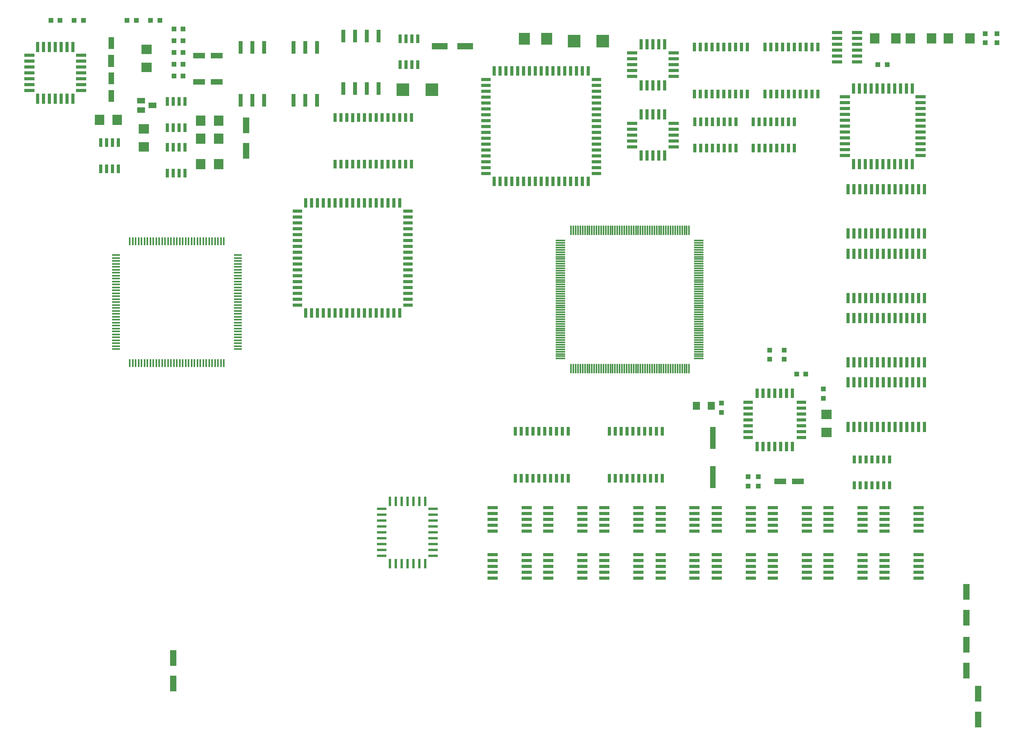
<source format=gbr>
%FSLAX34Y34*%
%MOMM*%
%LNSMDMASK_TOP*%
G71*
G01*
%ADD10R,0.640X2.200*%
%ADD11R,2.200X0.640*%
%ADD12R,0.640X2.100*%
%ADD13R,2.100X0.640*%
%ADD14R,0.450X1.800*%
%ADD15R,1.800X0.450*%
%ADD16R,0.320X2.080*%
%ADD17R,2.080X0.320*%
%ADD18R,2.240X0.700*%
%ADD19R,0.700X1.900*%
%ADD20R,2.200X0.750*%
%ADD21R,0.600X2.000*%
%ADD22R,2.000X0.600*%
%ADD23R,0.700X1.800*%
%ADD24R,1.300X4.700*%
%ADD25R,0.900X2.700*%
%ADD26R,1.400X3.400*%
%ADD27R,2.600X1.300*%
%ADD28R,1.300X2.600*%
%ADD29R,3.400X1.400*%
%ADD30R,1.700X1.200*%
%ADD31R,2.700X2.700*%
%ADD32R,2.400X2.600*%
%ADD33R,2.000X2.200*%
%ADD34R,2.200X2.000*%
%ADD35R,1.100X1.100*%
%ADD36R,1.500X1.800*%
%LPD*%
X1961454Y511447D02*
G54D10*
D03*
X1974154Y511447D02*
G54D10*
D03*
X1986854Y511447D02*
G54D10*
D03*
X1999555Y511447D02*
G54D10*
D03*
X2012256Y511447D02*
G54D10*
D03*
X2024956Y511447D02*
G54D10*
D03*
X2043051Y529741D02*
G54D11*
D03*
X2043051Y542441D02*
G54D11*
D03*
X2043051Y555141D02*
G54D11*
D03*
X2043051Y567841D02*
G54D11*
D03*
X2043051Y580541D02*
G54D11*
D03*
X2043051Y593241D02*
G54D11*
D03*
X2043051Y605941D02*
G54D11*
D03*
X2043051Y618641D02*
G54D11*
D03*
X2043051Y631341D02*
G54D11*
D03*
X2043051Y644041D02*
G54D11*
D03*
X2043051Y656741D02*
G54D11*
D03*
X2024956Y674836D02*
G54D10*
D03*
X2012256Y674836D02*
G54D10*
D03*
X1999555Y674836D02*
G54D10*
D03*
X1986854Y674836D02*
G54D10*
D03*
X1974154Y674836D02*
G54D10*
D03*
X1961454Y674836D02*
G54D10*
D03*
X1948754Y674836D02*
G54D10*
D03*
X1936054Y674836D02*
G54D10*
D03*
X1923354Y674836D02*
G54D10*
D03*
X1910654Y674836D02*
G54D10*
D03*
X1897954Y674836D02*
G54D10*
D03*
X1879660Y656741D02*
G54D11*
D03*
X1879660Y644041D02*
G54D11*
D03*
X1879660Y631341D02*
G54D11*
D03*
X1879660Y618641D02*
G54D11*
D03*
X1879660Y605941D02*
G54D11*
D03*
X1879660Y593241D02*
G54D11*
D03*
X1879660Y580541D02*
G54D11*
D03*
X1879660Y567841D02*
G54D11*
D03*
X1879660Y555141D02*
G54D11*
D03*
X1879660Y542441D02*
G54D11*
D03*
X1879660Y529741D02*
G54D11*
D03*
X1897954Y511447D02*
G54D10*
D03*
X1910654Y511447D02*
G54D10*
D03*
X1923354Y511447D02*
G54D10*
D03*
X1936054Y511447D02*
G54D10*
D03*
X1948754Y511447D02*
G54D10*
D03*
X1223651Y473757D02*
G54D12*
D03*
X1236351Y473757D02*
G54D12*
D03*
X1249051Y473757D02*
G54D12*
D03*
X1261751Y473757D02*
G54D12*
D03*
X1274451Y473757D02*
G54D12*
D03*
X1287151Y473757D02*
G54D12*
D03*
X1299851Y473757D02*
G54D12*
D03*
X1312551Y473757D02*
G54D12*
D03*
X1325251Y473757D02*
G54D12*
D03*
X1343048Y491355D02*
G54D13*
D03*
X1343048Y504055D02*
G54D13*
D03*
X1343048Y516755D02*
G54D13*
D03*
X1343048Y529455D02*
G54D13*
D03*
X1343048Y542155D02*
G54D13*
D03*
X1343048Y554855D02*
G54D13*
D03*
X1343048Y567555D02*
G54D13*
D03*
X1343048Y580255D02*
G54D13*
D03*
X1343048Y592955D02*
G54D13*
D03*
X1343048Y605655D02*
G54D13*
D03*
X1343048Y618355D02*
G54D13*
D03*
X1343048Y631055D02*
G54D13*
D03*
X1343048Y643755D02*
G54D13*
D03*
X1343048Y656455D02*
G54D13*
D03*
X1343048Y669155D02*
G54D13*
D03*
X1343048Y681855D02*
G54D13*
D03*
X1343048Y694555D02*
G54D13*
D03*
X1325251Y712352D02*
G54D12*
D03*
X1312551Y712352D02*
G54D12*
D03*
X1299851Y712352D02*
G54D12*
D03*
X1287151Y712352D02*
G54D12*
D03*
X1274451Y712352D02*
G54D12*
D03*
X1261751Y712352D02*
G54D12*
D03*
X1249051Y712352D02*
G54D12*
D03*
X1236351Y712352D02*
G54D12*
D03*
X1223651Y712352D02*
G54D12*
D03*
X1210951Y712352D02*
G54D12*
D03*
X1198251Y712352D02*
G54D12*
D03*
X1185551Y712352D02*
G54D12*
D03*
X1172851Y712352D02*
G54D12*
D03*
X1160151Y712352D02*
G54D12*
D03*
X1147451Y712352D02*
G54D12*
D03*
X1134751Y712352D02*
G54D12*
D03*
X1122051Y712352D02*
G54D12*
D03*
X1104254Y694555D02*
G54D13*
D03*
X1104254Y681855D02*
G54D13*
D03*
X1104254Y669155D02*
G54D13*
D03*
X1104254Y656455D02*
G54D13*
D03*
X1104254Y643755D02*
G54D13*
D03*
X1104254Y631055D02*
G54D13*
D03*
X1104254Y618355D02*
G54D13*
D03*
X1104254Y605655D02*
G54D13*
D03*
X1104254Y592955D02*
G54D13*
D03*
X1104254Y580255D02*
G54D13*
D03*
X1104254Y567555D02*
G54D13*
D03*
X1104254Y554855D02*
G54D13*
D03*
X1104254Y542155D02*
G54D13*
D03*
X1104254Y529455D02*
G54D13*
D03*
X1104254Y516755D02*
G54D13*
D03*
X1104254Y504055D02*
G54D13*
D03*
X1104254Y491355D02*
G54D13*
D03*
X1122051Y473757D02*
G54D12*
D03*
X1134751Y473757D02*
G54D12*
D03*
X1147451Y473757D02*
G54D12*
D03*
X1160151Y473757D02*
G54D12*
D03*
X1172851Y473757D02*
G54D12*
D03*
X1185551Y473757D02*
G54D12*
D03*
X1198251Y473757D02*
G54D12*
D03*
X1210951Y473757D02*
G54D12*
D03*
X334735Y80886D02*
G54D14*
D03*
X341135Y80886D02*
G54D14*
D03*
X347435Y80886D02*
G54D14*
D03*
X353735Y80886D02*
G54D14*
D03*
X360135Y80886D02*
G54D14*
D03*
X366535Y80886D02*
G54D14*
D03*
X372835Y80886D02*
G54D14*
D03*
X379135Y80886D02*
G54D14*
D03*
X385535Y80886D02*
G54D14*
D03*
X391935Y80886D02*
G54D14*
D03*
X398235Y80886D02*
G54D14*
D03*
X404535Y80886D02*
G54D14*
D03*
X410935Y80886D02*
G54D14*
D03*
X417335Y80886D02*
G54D14*
D03*
X423635Y80886D02*
G54D14*
D03*
X429935Y80886D02*
G54D14*
D03*
X436335Y80886D02*
G54D14*
D03*
X442735Y80886D02*
G54D14*
D03*
X449035Y80886D02*
G54D14*
D03*
X455335Y80886D02*
G54D14*
D03*
X461735Y80886D02*
G54D14*
D03*
X468135Y80886D02*
G54D14*
D03*
X474435Y80886D02*
G54D14*
D03*
X480735Y80886D02*
G54D14*
D03*
X487135Y80886D02*
G54D14*
D03*
X493535Y80886D02*
G54D14*
D03*
X499835Y80886D02*
G54D14*
D03*
X506135Y80886D02*
G54D14*
D03*
X512535Y80886D02*
G54D14*
D03*
X518935Y80886D02*
G54D14*
D03*
X525235Y80886D02*
G54D14*
D03*
X531535Y80886D02*
G54D14*
D03*
X537935Y80886D02*
G54D14*
D03*
X568335Y111286D02*
G54D15*
D03*
X568335Y117686D02*
G54D15*
D03*
X568335Y123986D02*
G54D15*
D03*
X568335Y130286D02*
G54D15*
D03*
X568335Y136686D02*
G54D15*
D03*
X568335Y143086D02*
G54D15*
D03*
X568335Y149386D02*
G54D15*
D03*
X568335Y155686D02*
G54D15*
D03*
X568335Y162086D02*
G54D15*
D03*
X568335Y168486D02*
G54D15*
D03*
X568335Y174786D02*
G54D15*
D03*
X568335Y181086D02*
G54D15*
D03*
X568335Y187486D02*
G54D15*
D03*
X568335Y193886D02*
G54D15*
D03*
X568335Y200186D02*
G54D15*
D03*
X568335Y206486D02*
G54D15*
D03*
X568335Y212886D02*
G54D15*
D03*
X568335Y219286D02*
G54D15*
D03*
X568335Y225586D02*
G54D15*
D03*
X568335Y231886D02*
G54D15*
D03*
X568335Y238286D02*
G54D15*
D03*
X568335Y244686D02*
G54D15*
D03*
X568335Y250986D02*
G54D15*
D03*
X568335Y257286D02*
G54D15*
D03*
X568335Y263686D02*
G54D15*
D03*
X568335Y270086D02*
G54D15*
D03*
X568335Y276386D02*
G54D15*
D03*
X568335Y282686D02*
G54D15*
D03*
X568335Y289086D02*
G54D15*
D03*
X568335Y295486D02*
G54D15*
D03*
X568335Y301786D02*
G54D15*
D03*
X568335Y308086D02*
G54D15*
D03*
X568335Y314486D02*
G54D15*
D03*
X537935Y344886D02*
G54D14*
D03*
X531535Y344886D02*
G54D14*
D03*
X525235Y344886D02*
G54D14*
D03*
X518935Y344886D02*
G54D14*
D03*
X512535Y344886D02*
G54D14*
D03*
X506135Y344886D02*
G54D14*
D03*
X499835Y344886D02*
G54D14*
D03*
X493535Y344886D02*
G54D14*
D03*
X487135Y344886D02*
G54D14*
D03*
X480735Y344886D02*
G54D14*
D03*
X474435Y344886D02*
G54D14*
D03*
X468135Y344886D02*
G54D14*
D03*
X461735Y344886D02*
G54D14*
D03*
X455335Y344886D02*
G54D14*
D03*
X449035Y344886D02*
G54D14*
D03*
X442735Y344886D02*
G54D14*
D03*
X436335Y344886D02*
G54D14*
D03*
X429935Y344886D02*
G54D14*
D03*
X423635Y344886D02*
G54D14*
D03*
X417335Y344886D02*
G54D14*
D03*
X410935Y344886D02*
G54D14*
D03*
X404535Y344886D02*
G54D14*
D03*
X398235Y344886D02*
G54D14*
D03*
X391935Y344886D02*
G54D14*
D03*
X385535Y344886D02*
G54D14*
D03*
X379135Y344886D02*
G54D14*
D03*
X372835Y344886D02*
G54D14*
D03*
X366535Y344886D02*
G54D14*
D03*
X360135Y344886D02*
G54D14*
D03*
X353735Y344886D02*
G54D14*
D03*
X347435Y344886D02*
G54D14*
D03*
X341135Y344886D02*
G54D14*
D03*
X334735Y344886D02*
G54D14*
D03*
X304335Y314486D02*
G54D15*
D03*
X304335Y308086D02*
G54D15*
D03*
X304335Y301786D02*
G54D15*
D03*
X304335Y295486D02*
G54D15*
D03*
X304335Y289086D02*
G54D15*
D03*
X304335Y282686D02*
G54D15*
D03*
X304335Y276386D02*
G54D15*
D03*
X304335Y270086D02*
G54D15*
D03*
X304335Y263686D02*
G54D15*
D03*
X304335Y257286D02*
G54D15*
D03*
X304335Y250986D02*
G54D15*
D03*
X304335Y244686D02*
G54D15*
D03*
X304335Y238286D02*
G54D15*
D03*
X304335Y231886D02*
G54D15*
D03*
X304335Y225586D02*
G54D15*
D03*
X304335Y219286D02*
G54D15*
D03*
X304335Y212886D02*
G54D15*
D03*
X304335Y206486D02*
G54D15*
D03*
X304335Y200186D02*
G54D15*
D03*
X304335Y193886D02*
G54D15*
D03*
X304335Y187486D02*
G54D15*
D03*
X304335Y181086D02*
G54D15*
D03*
X304335Y174786D02*
G54D15*
D03*
X304335Y168486D02*
G54D15*
D03*
X304335Y162086D02*
G54D15*
D03*
X304335Y155686D02*
G54D15*
D03*
X304335Y149386D02*
G54D15*
D03*
X304335Y143086D02*
G54D15*
D03*
X304335Y136686D02*
G54D15*
D03*
X304335Y130286D02*
G54D15*
D03*
X304335Y123986D02*
G54D15*
D03*
X304335Y117686D02*
G54D15*
D03*
X304335Y111286D02*
G54D15*
D03*
X1287859Y69140D02*
G54D16*
D03*
X1292859Y69140D02*
G54D16*
D03*
X1297859Y69140D02*
G54D16*
D03*
X1302859Y69140D02*
G54D16*
D03*
X1307859Y69140D02*
G54D16*
D03*
X1312859Y69140D02*
G54D16*
D03*
X1317859Y69140D02*
G54D16*
D03*
X1322859Y69140D02*
G54D16*
D03*
X1327859Y69140D02*
G54D16*
D03*
X1332859Y69140D02*
G54D16*
D03*
X1337859Y69140D02*
G54D16*
D03*
X1342859Y69140D02*
G54D16*
D03*
X1347859Y69140D02*
G54D16*
D03*
X1352859Y69140D02*
G54D16*
D03*
X1357859Y69140D02*
G54D16*
D03*
X1362859Y69140D02*
G54D16*
D03*
X1367859Y69140D02*
G54D16*
D03*
X1372859Y69140D02*
G54D16*
D03*
X1377859Y69140D02*
G54D16*
D03*
X1382859Y69140D02*
G54D16*
D03*
X1387859Y69140D02*
G54D16*
D03*
X1392859Y69140D02*
G54D16*
D03*
X1397859Y69140D02*
G54D16*
D03*
X1402859Y69140D02*
G54D16*
D03*
X1407859Y69140D02*
G54D16*
D03*
X1412859Y69140D02*
G54D16*
D03*
X1417859Y69140D02*
G54D16*
D03*
X1422859Y69140D02*
G54D16*
D03*
X1427859Y69140D02*
G54D16*
D03*
X1432859Y69140D02*
G54D16*
D03*
X1437859Y69140D02*
G54D16*
D03*
X1442859Y69140D02*
G54D16*
D03*
X1447859Y69140D02*
G54D16*
D03*
X1452859Y69140D02*
G54D16*
D03*
X1457859Y69140D02*
G54D16*
D03*
X1462859Y69140D02*
G54D16*
D03*
X1467859Y69140D02*
G54D16*
D03*
X1472859Y69140D02*
G54D16*
D03*
X1477859Y69140D02*
G54D16*
D03*
X1482859Y69140D02*
G54D16*
D03*
X1487859Y69140D02*
G54D16*
D03*
X1492859Y69140D02*
G54D16*
D03*
X1497859Y69140D02*
G54D16*
D03*
X1502859Y69140D02*
G54D16*
D03*
X1507859Y69140D02*
G54D16*
D03*
X1512859Y69140D02*
G54D16*
D03*
X1517859Y69140D02*
G54D16*
D03*
X1522859Y69140D02*
G54D16*
D03*
X1527859Y69140D02*
G54D16*
D03*
X1532859Y69140D02*
G54D16*
D03*
X1537859Y69140D02*
G54D16*
D03*
X1542859Y69140D02*
G54D16*
D03*
X1563947Y91022D02*
G54D17*
D03*
X1563947Y96022D02*
G54D17*
D03*
X1563947Y101022D02*
G54D17*
D03*
X1563947Y106022D02*
G54D17*
D03*
X1563947Y111022D02*
G54D17*
D03*
X1563947Y116022D02*
G54D17*
D03*
X1563947Y121022D02*
G54D17*
D03*
X1563947Y126022D02*
G54D17*
D03*
X1563947Y131022D02*
G54D17*
D03*
X1563947Y136022D02*
G54D17*
D03*
X1563947Y141022D02*
G54D17*
D03*
X1563947Y146022D02*
G54D17*
D03*
X1563947Y151022D02*
G54D17*
D03*
X1563947Y156022D02*
G54D17*
D03*
X1563947Y161022D02*
G54D17*
D03*
X1563947Y166022D02*
G54D17*
D03*
X1563947Y171022D02*
G54D17*
D03*
X1563947Y176022D02*
G54D17*
D03*
X1563947Y181022D02*
G54D17*
D03*
X1563947Y186022D02*
G54D17*
D03*
X1563947Y191022D02*
G54D17*
D03*
X1563947Y196022D02*
G54D17*
D03*
X1563947Y201022D02*
G54D17*
D03*
X1563947Y206022D02*
G54D17*
D03*
X1563947Y211022D02*
G54D17*
D03*
X1563947Y216022D02*
G54D17*
D03*
X1563947Y221022D02*
G54D17*
D03*
X1563947Y226022D02*
G54D17*
D03*
X1563947Y231022D02*
G54D17*
D03*
X1563947Y236022D02*
G54D17*
D03*
X1563947Y241022D02*
G54D17*
D03*
X1563947Y246022D02*
G54D17*
D03*
X1563947Y251022D02*
G54D17*
D03*
X1563947Y256022D02*
G54D17*
D03*
X1563947Y261022D02*
G54D17*
D03*
X1563947Y266022D02*
G54D17*
D03*
X1563947Y271022D02*
G54D17*
D03*
X1563947Y276022D02*
G54D17*
D03*
X1563947Y281022D02*
G54D17*
D03*
X1563947Y286022D02*
G54D17*
D03*
X1563947Y291022D02*
G54D17*
D03*
X1563947Y296022D02*
G54D17*
D03*
X1563947Y301022D02*
G54D17*
D03*
X1563947Y306022D02*
G54D17*
D03*
X1563947Y311022D02*
G54D17*
D03*
X1563947Y316022D02*
G54D17*
D03*
X1563947Y321022D02*
G54D17*
D03*
X1563947Y326022D02*
G54D17*
D03*
X1563947Y331022D02*
G54D17*
D03*
X1563947Y336022D02*
G54D17*
D03*
X1563947Y341022D02*
G54D17*
D03*
X1563947Y346022D02*
G54D17*
D03*
X1542859Y368300D02*
G54D16*
D03*
X1537859Y368300D02*
G54D16*
D03*
X1532859Y368300D02*
G54D16*
D03*
X1527859Y368300D02*
G54D16*
D03*
X1522859Y368300D02*
G54D16*
D03*
X1517859Y368300D02*
G54D16*
D03*
X1512859Y368300D02*
G54D16*
D03*
X1507859Y368300D02*
G54D16*
D03*
X1502859Y368300D02*
G54D16*
D03*
X1497859Y368300D02*
G54D16*
D03*
X1492859Y368300D02*
G54D16*
D03*
X1487859Y368300D02*
G54D16*
D03*
X1482859Y368300D02*
G54D16*
D03*
X1477859Y368300D02*
G54D16*
D03*
X1472859Y368300D02*
G54D16*
D03*
X1467859Y368300D02*
G54D16*
D03*
X1462859Y368300D02*
G54D16*
D03*
X1457859Y368300D02*
G54D16*
D03*
X1452859Y368300D02*
G54D16*
D03*
X1447859Y368300D02*
G54D16*
D03*
X1442859Y368300D02*
G54D16*
D03*
X1437859Y368300D02*
G54D16*
D03*
X1432859Y368300D02*
G54D16*
D03*
X1427859Y368300D02*
G54D16*
D03*
X1422859Y368300D02*
G54D16*
D03*
X1417859Y368300D02*
G54D16*
D03*
X1412859Y368300D02*
G54D16*
D03*
X1407859Y368300D02*
G54D16*
D03*
X1402859Y368300D02*
G54D16*
D03*
X1397859Y368300D02*
G54D16*
D03*
X1392859Y368300D02*
G54D16*
D03*
X1387859Y368300D02*
G54D16*
D03*
X1382859Y368300D02*
G54D16*
D03*
X1377859Y368300D02*
G54D16*
D03*
X1372859Y368300D02*
G54D16*
D03*
X1367859Y368300D02*
G54D16*
D03*
X1362859Y368300D02*
G54D16*
D03*
X1357859Y368300D02*
G54D16*
D03*
X1352859Y368300D02*
G54D16*
D03*
X1347859Y368300D02*
G54D16*
D03*
X1342859Y368300D02*
G54D16*
D03*
X1337859Y368300D02*
G54D16*
D03*
X1332859Y368300D02*
G54D16*
D03*
X1327859Y368300D02*
G54D16*
D03*
X1322859Y368300D02*
G54D16*
D03*
X1317859Y368300D02*
G54D16*
D03*
X1312859Y368300D02*
G54D16*
D03*
X1307859Y368300D02*
G54D16*
D03*
X1302859Y368300D02*
G54D16*
D03*
X1297859Y368300D02*
G54D16*
D03*
X1292859Y368300D02*
G54D16*
D03*
X1287859Y368300D02*
G54D16*
D03*
X1264788Y346022D02*
G54D17*
D03*
X1264788Y341022D02*
G54D17*
D03*
X1264788Y336022D02*
G54D17*
D03*
X1264788Y331022D02*
G54D17*
D03*
X1264788Y326022D02*
G54D17*
D03*
X1264788Y321022D02*
G54D17*
D03*
X1264788Y316022D02*
G54D17*
D03*
X1264788Y311022D02*
G54D17*
D03*
X1264788Y306022D02*
G54D17*
D03*
X1264788Y301022D02*
G54D17*
D03*
X1264788Y296022D02*
G54D17*
D03*
X1264788Y291022D02*
G54D17*
D03*
X1264788Y286022D02*
G54D17*
D03*
X1264788Y281022D02*
G54D17*
D03*
X1264788Y276022D02*
G54D17*
D03*
X1264788Y271022D02*
G54D17*
D03*
X1264788Y266022D02*
G54D17*
D03*
X1264788Y261022D02*
G54D17*
D03*
X1264788Y256022D02*
G54D17*
D03*
X1264788Y251022D02*
G54D17*
D03*
X1264788Y246022D02*
G54D17*
D03*
X1264788Y241022D02*
G54D17*
D03*
X1264788Y236022D02*
G54D17*
D03*
X1264788Y231022D02*
G54D17*
D03*
X1264788Y226022D02*
G54D17*
D03*
X1264788Y221022D02*
G54D17*
D03*
X1264788Y216022D02*
G54D17*
D03*
X1264788Y211022D02*
G54D17*
D03*
X1264788Y206022D02*
G54D17*
D03*
X1264788Y201022D02*
G54D17*
D03*
X1264788Y196022D02*
G54D17*
D03*
X1264788Y191022D02*
G54D17*
D03*
X1264788Y186022D02*
G54D17*
D03*
X1264788Y181022D02*
G54D17*
D03*
X1264788Y176022D02*
G54D17*
D03*
X1264788Y171022D02*
G54D17*
D03*
X1264788Y166022D02*
G54D17*
D03*
X1264788Y161022D02*
G54D17*
D03*
X1264788Y156022D02*
G54D17*
D03*
X1264788Y151022D02*
G54D17*
D03*
X1264788Y146022D02*
G54D17*
D03*
X1264788Y141022D02*
G54D17*
D03*
X1264788Y136022D02*
G54D17*
D03*
X1264788Y131022D02*
G54D17*
D03*
X1264788Y126022D02*
G54D17*
D03*
X1264788Y121022D02*
G54D17*
D03*
X1264788Y116022D02*
G54D17*
D03*
X1264788Y111022D02*
G54D17*
D03*
X1264788Y106022D02*
G54D17*
D03*
X1264788Y101022D02*
G54D17*
D03*
X1264788Y96022D02*
G54D17*
D03*
X1264788Y91022D02*
G54D17*
D03*
X816457Y189198D02*
G54D12*
D03*
X829157Y189198D02*
G54D12*
D03*
X841857Y189198D02*
G54D12*
D03*
X854557Y189198D02*
G54D12*
D03*
X867257Y189198D02*
G54D12*
D03*
X879957Y189198D02*
G54D12*
D03*
X892657Y189198D02*
G54D12*
D03*
X905357Y189198D02*
G54D12*
D03*
X918057Y189198D02*
G54D12*
D03*
X935854Y206796D02*
G54D13*
D03*
X935854Y219495D02*
G54D13*
D03*
X935854Y232195D02*
G54D13*
D03*
X935854Y244895D02*
G54D13*
D03*
X935854Y257595D02*
G54D13*
D03*
X935854Y270295D02*
G54D13*
D03*
X935854Y282995D02*
G54D13*
D03*
X935854Y295695D02*
G54D13*
D03*
X935854Y308395D02*
G54D13*
D03*
X935854Y321095D02*
G54D13*
D03*
X935854Y333795D02*
G54D13*
D03*
X935854Y346495D02*
G54D13*
D03*
X935854Y359195D02*
G54D13*
D03*
X935854Y371895D02*
G54D13*
D03*
X935854Y384595D02*
G54D13*
D03*
X935854Y397295D02*
G54D13*
D03*
X935854Y409995D02*
G54D13*
D03*
X918057Y427792D02*
G54D12*
D03*
X905357Y427792D02*
G54D12*
D03*
X892657Y427792D02*
G54D12*
D03*
X879957Y427792D02*
G54D12*
D03*
X867257Y427792D02*
G54D12*
D03*
X854557Y427792D02*
G54D12*
D03*
X841857Y427792D02*
G54D12*
D03*
X829157Y427792D02*
G54D12*
D03*
X816457Y427792D02*
G54D12*
D03*
X803757Y427792D02*
G54D12*
D03*
X791057Y427792D02*
G54D12*
D03*
X778357Y427792D02*
G54D12*
D03*
X765657Y427792D02*
G54D12*
D03*
X752957Y427792D02*
G54D12*
D03*
X740257Y427792D02*
G54D12*
D03*
X727557Y427792D02*
G54D12*
D03*
X714857Y427792D02*
G54D12*
D03*
X697060Y409995D02*
G54D13*
D03*
X697060Y397295D02*
G54D13*
D03*
X697060Y384595D02*
G54D13*
D03*
X697060Y371895D02*
G54D13*
D03*
X697060Y359195D02*
G54D13*
D03*
X697060Y346495D02*
G54D13*
D03*
X697060Y333795D02*
G54D13*
D03*
X697060Y321095D02*
G54D13*
D03*
X697060Y308395D02*
G54D13*
D03*
X697060Y295695D02*
G54D13*
D03*
X697060Y282995D02*
G54D13*
D03*
X697060Y270295D02*
G54D13*
D03*
X697060Y257595D02*
G54D13*
D03*
X697060Y244895D02*
G54D13*
D03*
X697060Y232195D02*
G54D13*
D03*
X697060Y219495D02*
G54D13*
D03*
X697060Y206796D02*
G54D13*
D03*
X714857Y189198D02*
G54D12*
D03*
X727557Y189198D02*
G54D12*
D03*
X740257Y189198D02*
G54D12*
D03*
X752957Y189198D02*
G54D12*
D03*
X765657Y189198D02*
G54D12*
D03*
X778357Y189198D02*
G54D12*
D03*
X791057Y189198D02*
G54D12*
D03*
X803757Y189198D02*
G54D12*
D03*
X1118371Y-231290D02*
G54D18*
D03*
X1118371Y-243990D02*
G54D18*
D03*
X1118371Y-256690D02*
G54D18*
D03*
X1118371Y-269390D02*
G54D18*
D03*
X1118371Y-282090D02*
G54D18*
D03*
X1118371Y-332890D02*
G54D18*
D03*
X1118371Y-345590D02*
G54D18*
D03*
X1118371Y-358290D02*
G54D18*
D03*
X1118371Y-370990D02*
G54D18*
D03*
X1118371Y-383690D02*
G54D18*
D03*
X1191958Y-383690D02*
G54D18*
D03*
X1191958Y-370990D02*
G54D18*
D03*
X1191958Y-358290D02*
G54D18*
D03*
X1191958Y-345590D02*
G54D18*
D03*
X1191958Y-332890D02*
G54D18*
D03*
X1191958Y-282090D02*
G54D18*
D03*
X1191958Y-269390D02*
G54D18*
D03*
X1191958Y-256690D02*
G54D18*
D03*
X1191958Y-243990D02*
G54D18*
D03*
X1191958Y-231290D02*
G54D18*
D03*
X1238789Y-231290D02*
G54D18*
D03*
X1238789Y-243990D02*
G54D18*
D03*
X1238789Y-256690D02*
G54D18*
D03*
X1238789Y-269390D02*
G54D18*
D03*
X1238789Y-282090D02*
G54D18*
D03*
X1238789Y-332890D02*
G54D18*
D03*
X1238789Y-345590D02*
G54D18*
D03*
X1238789Y-358290D02*
G54D18*
D03*
X1238789Y-370990D02*
G54D18*
D03*
X1238789Y-383690D02*
G54D18*
D03*
X1312376Y-383690D02*
G54D18*
D03*
X1312376Y-370990D02*
G54D18*
D03*
X1312376Y-358290D02*
G54D18*
D03*
X1312376Y-345590D02*
G54D18*
D03*
X1312376Y-332890D02*
G54D18*
D03*
X1312376Y-282090D02*
G54D18*
D03*
X1312376Y-269390D02*
G54D18*
D03*
X1312376Y-256690D02*
G54D18*
D03*
X1312376Y-243990D02*
G54D18*
D03*
X1312376Y-231290D02*
G54D18*
D03*
X1360001Y-231290D02*
G54D18*
D03*
X1360001Y-243990D02*
G54D18*
D03*
X1360001Y-256690D02*
G54D18*
D03*
X1360001Y-269390D02*
G54D18*
D03*
X1360001Y-282090D02*
G54D18*
D03*
X1360001Y-332890D02*
G54D18*
D03*
X1360001Y-345590D02*
G54D18*
D03*
X1360001Y-358290D02*
G54D18*
D03*
X1360001Y-370990D02*
G54D18*
D03*
X1360001Y-383690D02*
G54D18*
D03*
X1433588Y-383690D02*
G54D18*
D03*
X1433588Y-370990D02*
G54D18*
D03*
X1433588Y-358290D02*
G54D18*
D03*
X1433588Y-345590D02*
G54D18*
D03*
X1433588Y-332890D02*
G54D18*
D03*
X1433588Y-282090D02*
G54D18*
D03*
X1433588Y-269390D02*
G54D18*
D03*
X1433588Y-256690D02*
G54D18*
D03*
X1433588Y-243990D02*
G54D18*
D03*
X1433588Y-231290D02*
G54D18*
D03*
X1481213Y-231290D02*
G54D18*
D03*
X1481213Y-243990D02*
G54D18*
D03*
X1481213Y-256690D02*
G54D18*
D03*
X1481213Y-269390D02*
G54D18*
D03*
X1481213Y-282090D02*
G54D18*
D03*
X1481213Y-332890D02*
G54D18*
D03*
X1481213Y-345590D02*
G54D18*
D03*
X1481213Y-358290D02*
G54D18*
D03*
X1481213Y-370990D02*
G54D18*
D03*
X1481213Y-383690D02*
G54D18*
D03*
X1554800Y-383690D02*
G54D18*
D03*
X1554800Y-370990D02*
G54D18*
D03*
X1554800Y-358290D02*
G54D18*
D03*
X1554800Y-345590D02*
G54D18*
D03*
X1554800Y-332890D02*
G54D18*
D03*
X1554800Y-282090D02*
G54D18*
D03*
X1554800Y-269390D02*
G54D18*
D03*
X1554800Y-256690D02*
G54D18*
D03*
X1554800Y-243990D02*
G54D18*
D03*
X1554800Y-231290D02*
G54D18*
D03*
X1602425Y-231290D02*
G54D18*
D03*
X1602425Y-243990D02*
G54D18*
D03*
X1602425Y-256690D02*
G54D18*
D03*
X1602425Y-269390D02*
G54D18*
D03*
X1602425Y-282090D02*
G54D18*
D03*
X1602425Y-332890D02*
G54D18*
D03*
X1602425Y-345590D02*
G54D18*
D03*
X1602425Y-358290D02*
G54D18*
D03*
X1602425Y-370990D02*
G54D18*
D03*
X1602425Y-383690D02*
G54D18*
D03*
X1676012Y-383690D02*
G54D18*
D03*
X1676012Y-370990D02*
G54D18*
D03*
X1676012Y-358290D02*
G54D18*
D03*
X1676012Y-345590D02*
G54D18*
D03*
X1676012Y-332890D02*
G54D18*
D03*
X1676012Y-282090D02*
G54D18*
D03*
X1676012Y-269390D02*
G54D18*
D03*
X1676012Y-256690D02*
G54D18*
D03*
X1676012Y-243990D02*
G54D18*
D03*
X1676012Y-231290D02*
G54D18*
D03*
X1723637Y-231290D02*
G54D18*
D03*
X1723637Y-243990D02*
G54D18*
D03*
X1723637Y-256690D02*
G54D18*
D03*
X1723637Y-269390D02*
G54D18*
D03*
X1723637Y-282090D02*
G54D18*
D03*
X1723637Y-332890D02*
G54D18*
D03*
X1723637Y-345590D02*
G54D18*
D03*
X1723637Y-358290D02*
G54D18*
D03*
X1723637Y-370990D02*
G54D18*
D03*
X1723637Y-383690D02*
G54D18*
D03*
X1797224Y-383690D02*
G54D18*
D03*
X1797224Y-370990D02*
G54D18*
D03*
X1797224Y-358290D02*
G54D18*
D03*
X1797224Y-345590D02*
G54D18*
D03*
X1797224Y-332890D02*
G54D18*
D03*
X1797224Y-282090D02*
G54D18*
D03*
X1797224Y-269390D02*
G54D18*
D03*
X1797224Y-256690D02*
G54D18*
D03*
X1797224Y-243990D02*
G54D18*
D03*
X1797224Y-231290D02*
G54D18*
D03*
X1844056Y-231290D02*
G54D18*
D03*
X1844056Y-243990D02*
G54D18*
D03*
X1844056Y-256690D02*
G54D18*
D03*
X1844056Y-269390D02*
G54D18*
D03*
X1844056Y-282090D02*
G54D18*
D03*
X1844055Y-332890D02*
G54D18*
D03*
X1844055Y-345590D02*
G54D18*
D03*
X1844055Y-358290D02*
G54D18*
D03*
X1844055Y-370990D02*
G54D18*
D03*
X1844055Y-383690D02*
G54D18*
D03*
X1917642Y-383690D02*
G54D18*
D03*
X1917642Y-370990D02*
G54D18*
D03*
X1917642Y-358290D02*
G54D18*
D03*
X1917642Y-345590D02*
G54D18*
D03*
X1917642Y-332890D02*
G54D18*
D03*
X1917642Y-282090D02*
G54D18*
D03*
X1917642Y-269390D02*
G54D18*
D03*
X1917642Y-256690D02*
G54D18*
D03*
X1917642Y-243990D02*
G54D18*
D03*
X1917642Y-231290D02*
G54D18*
D03*
X1965268Y-231290D02*
G54D18*
D03*
X1965268Y-243990D02*
G54D18*
D03*
X1965268Y-256690D02*
G54D18*
D03*
X1965268Y-269390D02*
G54D18*
D03*
X1965268Y-282090D02*
G54D18*
D03*
X1965267Y-332890D02*
G54D18*
D03*
X1965267Y-345590D02*
G54D18*
D03*
X1965267Y-358290D02*
G54D18*
D03*
X1965267Y-370990D02*
G54D18*
D03*
X1965267Y-383690D02*
G54D18*
D03*
X2038854Y-383690D02*
G54D18*
D03*
X2038854Y-370990D02*
G54D18*
D03*
X2038854Y-358290D02*
G54D18*
D03*
X2038854Y-345590D02*
G54D18*
D03*
X2038854Y-332890D02*
G54D18*
D03*
X2038854Y-282090D02*
G54D18*
D03*
X2038854Y-269390D02*
G54D18*
D03*
X2038854Y-256690D02*
G54D18*
D03*
X2038854Y-243990D02*
G54D18*
D03*
X2038854Y-231290D02*
G54D18*
D03*
X2051143Y457311D02*
G54D10*
D03*
X2038443Y457310D02*
G54D10*
D03*
X2025743Y457311D02*
G54D10*
D03*
X2013043Y457311D02*
G54D10*
D03*
X2000343Y457311D02*
G54D10*
D03*
X1987643Y457311D02*
G54D10*
D03*
X1974943Y457311D02*
G54D10*
D03*
X1962243Y457311D02*
G54D10*
D03*
X1949543Y457311D02*
G54D10*
D03*
X1936843Y457311D02*
G54D10*
D03*
X1924143Y457311D02*
G54D10*
D03*
X1911443Y457311D02*
G54D10*
D03*
X1898743Y457310D02*
G54D10*
D03*
X1886043Y457310D02*
G54D10*
D03*
X1886043Y361310D02*
G54D10*
D03*
X1898743Y361311D02*
G54D10*
D03*
X1911443Y361311D02*
G54D10*
D03*
X1924143Y361311D02*
G54D10*
D03*
X1936843Y361311D02*
G54D10*
D03*
X1949543Y361311D02*
G54D10*
D03*
X1962243Y361311D02*
G54D10*
D03*
X1974943Y361311D02*
G54D10*
D03*
X1987643Y361311D02*
G54D10*
D03*
X2000343Y361310D02*
G54D10*
D03*
X2013043Y361310D02*
G54D10*
D03*
X2025743Y361311D02*
G54D10*
D03*
X2038443Y361311D02*
G54D10*
D03*
X2051143Y361311D02*
G54D10*
D03*
X2051143Y317654D02*
G54D10*
D03*
X2038443Y317654D02*
G54D10*
D03*
X2025743Y317654D02*
G54D10*
D03*
X2013043Y317654D02*
G54D10*
D03*
X2000343Y317654D02*
G54D10*
D03*
X1987643Y317654D02*
G54D10*
D03*
X1974943Y317654D02*
G54D10*
D03*
X1962243Y317654D02*
G54D10*
D03*
X1949543Y317654D02*
G54D10*
D03*
X1936843Y317654D02*
G54D10*
D03*
X1924143Y317654D02*
G54D10*
D03*
X1911443Y317654D02*
G54D10*
D03*
X1898743Y317654D02*
G54D10*
D03*
X1886043Y317654D02*
G54D10*
D03*
X1886043Y221654D02*
G54D10*
D03*
X1898743Y221654D02*
G54D10*
D03*
X1911443Y221654D02*
G54D10*
D03*
X1924143Y221654D02*
G54D10*
D03*
X1936843Y221654D02*
G54D10*
D03*
X1949543Y221654D02*
G54D10*
D03*
X1962243Y221654D02*
G54D10*
D03*
X1974943Y221654D02*
G54D10*
D03*
X1987643Y221654D02*
G54D10*
D03*
X2000343Y221654D02*
G54D10*
D03*
X2013043Y221654D02*
G54D10*
D03*
X2025743Y221654D02*
G54D10*
D03*
X2038443Y221654D02*
G54D10*
D03*
X2051143Y221654D02*
G54D10*
D03*
X2051143Y178792D02*
G54D10*
D03*
X2038443Y178792D02*
G54D10*
D03*
X2025743Y178792D02*
G54D10*
D03*
X2013043Y178792D02*
G54D10*
D03*
X2000343Y178792D02*
G54D10*
D03*
X1987643Y178792D02*
G54D10*
D03*
X1974943Y178792D02*
G54D10*
D03*
X1962243Y178792D02*
G54D10*
D03*
X1949543Y178792D02*
G54D10*
D03*
X1936843Y178792D02*
G54D10*
D03*
X1924143Y178792D02*
G54D10*
D03*
X1911443Y178792D02*
G54D10*
D03*
X1898743Y178792D02*
G54D10*
D03*
X1886043Y178792D02*
G54D10*
D03*
X1886043Y82792D02*
G54D10*
D03*
X1898743Y82792D02*
G54D10*
D03*
X1911443Y82792D02*
G54D10*
D03*
X1924143Y82792D02*
G54D10*
D03*
X1936843Y82792D02*
G54D10*
D03*
X1949543Y82792D02*
G54D10*
D03*
X1962243Y82792D02*
G54D10*
D03*
X1974943Y82792D02*
G54D10*
D03*
X1987643Y82792D02*
G54D10*
D03*
X2000343Y82792D02*
G54D10*
D03*
X2013043Y82792D02*
G54D10*
D03*
X2025743Y82792D02*
G54D10*
D03*
X2038443Y82792D02*
G54D10*
D03*
X2051143Y82792D02*
G54D10*
D03*
X2051143Y39532D02*
G54D10*
D03*
X2038443Y39532D02*
G54D10*
D03*
X2025743Y39532D02*
G54D10*
D03*
X2013043Y39532D02*
G54D10*
D03*
X2000343Y39532D02*
G54D10*
D03*
X1987643Y39532D02*
G54D10*
D03*
X1974943Y39532D02*
G54D10*
D03*
X1962243Y39532D02*
G54D10*
D03*
X1949543Y39532D02*
G54D10*
D03*
X1936843Y39532D02*
G54D10*
D03*
X1924143Y39532D02*
G54D10*
D03*
X1911443Y39532D02*
G54D10*
D03*
X1898743Y39532D02*
G54D10*
D03*
X1886043Y39532D02*
G54D10*
D03*
X1886043Y-56468D02*
G54D10*
D03*
X1898743Y-56468D02*
G54D10*
D03*
X1911443Y-56468D02*
G54D10*
D03*
X1924143Y-56468D02*
G54D10*
D03*
X1936843Y-56468D02*
G54D10*
D03*
X1949543Y-56468D02*
G54D10*
D03*
X1962243Y-56468D02*
G54D10*
D03*
X1974943Y-56468D02*
G54D10*
D03*
X1987643Y-56468D02*
G54D10*
D03*
X2000343Y-56468D02*
G54D10*
D03*
X2013043Y-56468D02*
G54D10*
D03*
X2025743Y-56468D02*
G54D10*
D03*
X2038443Y-56468D02*
G54D10*
D03*
X2051143Y-56468D02*
G54D10*
D03*
X1554108Y663054D02*
G54D19*
D03*
X1566808Y663054D02*
G54D19*
D03*
X1579508Y663054D02*
G54D19*
D03*
X1592208Y663054D02*
G54D19*
D03*
X1604908Y663054D02*
G54D19*
D03*
X1617608Y663054D02*
G54D19*
D03*
X1630308Y663054D02*
G54D19*
D03*
X1643008Y663054D02*
G54D19*
D03*
X1655708Y663054D02*
G54D19*
D03*
X1668408Y663054D02*
G54D19*
D03*
X1668408Y764579D02*
G54D19*
D03*
X1655708Y764579D02*
G54D19*
D03*
X1643008Y764579D02*
G54D19*
D03*
X1630308Y764579D02*
G54D19*
D03*
X1617608Y764579D02*
G54D19*
D03*
X1604908Y764579D02*
G54D19*
D03*
X1592208Y764579D02*
G54D19*
D03*
X1579508Y764579D02*
G54D19*
D03*
X1566808Y764579D02*
G54D19*
D03*
X1554108Y764579D02*
G54D19*
D03*
X1706508Y663054D02*
G54D19*
D03*
X1719208Y663054D02*
G54D19*
D03*
X1731908Y663054D02*
G54D19*
D03*
X1744608Y663054D02*
G54D19*
D03*
X1757308Y663054D02*
G54D19*
D03*
X1770008Y663054D02*
G54D19*
D03*
X1782708Y663054D02*
G54D19*
D03*
X1795408Y663054D02*
G54D19*
D03*
X1808108Y663054D02*
G54D19*
D03*
X1820808Y663054D02*
G54D19*
D03*
X1820808Y764579D02*
G54D19*
D03*
X1808108Y764579D02*
G54D19*
D03*
X1795408Y764579D02*
G54D19*
D03*
X1782708Y764579D02*
G54D19*
D03*
X1770008Y764579D02*
G54D19*
D03*
X1757308Y764579D02*
G54D19*
D03*
X1744608Y764579D02*
G54D19*
D03*
X1731908Y764579D02*
G54D19*
D03*
X1719208Y764579D02*
G54D19*
D03*
X1706508Y764579D02*
G54D19*
D03*
G36*
X1461601Y692519D02*
X1468001Y692519D01*
X1468002Y670519D01*
X1461602Y670519D01*
X1461601Y692519D01*
G37*
X1477502Y681519D02*
G54D10*
D03*
G36*
X1487001Y692519D02*
X1493401Y692519D01*
X1493402Y670519D01*
X1487002Y670519D01*
X1487001Y692519D01*
G37*
X1509389Y700707D02*
G54D11*
D03*
X1509389Y713407D02*
G54D11*
D03*
X1509389Y726107D02*
G54D11*
D03*
X1509389Y738807D02*
G54D11*
D03*
X1509389Y751507D02*
G54D11*
D03*
X1490202Y770694D02*
G54D10*
D03*
X1477502Y770694D02*
G54D10*
D03*
X1464802Y770694D02*
G54D10*
D03*
X1452102Y770694D02*
G54D10*
D03*
X1439402Y770694D02*
G54D10*
D03*
X1420214Y751507D02*
G54D11*
D03*
X1420214Y738807D02*
G54D11*
D03*
X1420214Y726107D02*
G54D11*
D03*
X1420214Y713407D02*
G54D11*
D03*
X1420214Y700707D02*
G54D11*
D03*
X1439402Y681519D02*
G54D10*
D03*
X1452102Y681519D02*
G54D10*
D03*
X1464802Y618813D02*
G54D10*
D03*
X1452102Y618813D02*
G54D10*
D03*
X1439402Y618813D02*
G54D10*
D03*
X1420214Y599626D02*
G54D11*
D03*
X1420214Y586926D02*
G54D11*
D03*
X1420214Y574226D02*
G54D11*
D03*
X1420214Y561526D02*
G54D11*
D03*
X1420214Y548826D02*
G54D11*
D03*
X1439402Y529638D02*
G54D10*
D03*
X1452102Y529638D02*
G54D10*
D03*
X1464802Y529638D02*
G54D10*
D03*
X1477502Y529638D02*
G54D10*
D03*
X1490202Y529638D02*
G54D10*
D03*
X1509389Y548826D02*
G54D11*
D03*
X1509389Y561526D02*
G54D11*
D03*
X1509389Y574226D02*
G54D11*
D03*
X1509389Y586926D02*
G54D11*
D03*
X1509389Y599626D02*
G54D11*
D03*
X1490202Y618813D02*
G54D10*
D03*
X1477502Y618813D02*
G54D10*
D03*
X1554910Y546198D02*
G54D19*
D03*
X1567608Y546198D02*
G54D19*
D03*
X1580308Y546198D02*
G54D19*
D03*
X1593008Y546198D02*
G54D19*
D03*
X1605708Y546198D02*
G54D19*
D03*
X1618408Y546198D02*
G54D19*
D03*
X1631108Y546198D02*
G54D19*
D03*
X1643808Y546198D02*
G54D19*
D03*
X1643808Y602548D02*
G54D19*
D03*
X1631108Y602548D02*
G54D19*
D03*
X1618408Y602548D02*
G54D19*
D03*
X1605708Y602548D02*
G54D19*
D03*
X1593008Y602548D02*
G54D19*
D03*
X1580308Y602548D02*
G54D19*
D03*
X1567609Y602548D02*
G54D19*
D03*
X1554910Y602548D02*
G54D19*
D03*
X1681512Y546198D02*
G54D19*
D03*
X1694211Y546198D02*
G54D19*
D03*
X1706911Y546198D02*
G54D19*
D03*
X1719611Y546198D02*
G54D19*
D03*
X1732311Y546198D02*
G54D19*
D03*
X1745011Y546198D02*
G54D19*
D03*
X1757711Y546198D02*
G54D19*
D03*
X1770411Y546198D02*
G54D19*
D03*
X1770411Y602548D02*
G54D19*
D03*
X1757711Y602548D02*
G54D19*
D03*
X1745011Y602548D02*
G54D19*
D03*
X1732311Y602548D02*
G54D19*
D03*
X1719611Y602548D02*
G54D19*
D03*
X1706911Y602548D02*
G54D19*
D03*
X1694211Y602548D02*
G54D19*
D03*
X1681512Y602548D02*
G54D19*
D03*
X1862932Y795735D02*
G54D20*
D03*
X1862932Y757635D02*
G54D20*
D03*
X1862932Y770335D02*
G54D20*
D03*
X1862932Y783035D02*
G54D20*
D03*
X1862932Y732235D02*
G54D20*
D03*
X1862932Y744935D02*
G54D20*
D03*
X1905794Y795735D02*
G54D20*
D03*
X1905794Y757635D02*
G54D20*
D03*
X1905794Y770335D02*
G54D20*
D03*
X1905794Y783035D02*
G54D20*
D03*
X1905794Y732235D02*
G54D20*
D03*
X1905794Y744935D02*
G54D20*
D03*
X934244Y-217488D02*
G54D21*
D03*
X921544Y-217488D02*
G54D21*
D03*
X908844Y-217488D02*
G54D21*
D03*
X896144Y-217488D02*
G54D21*
D03*
X878831Y-234100D02*
G54D22*
D03*
X878831Y-246800D02*
G54D22*
D03*
X878831Y-259500D02*
G54D22*
D03*
X878831Y-272200D02*
G54D22*
D03*
X878831Y-284900D02*
G54D22*
D03*
X878831Y-297600D02*
G54D22*
D03*
X878831Y-310300D02*
G54D22*
D03*
X878831Y-323000D02*
G54D22*
D03*
X878831Y-335700D02*
G54D22*
D03*
X896144Y-352312D02*
G54D21*
D03*
X908844Y-352312D02*
G54D21*
D03*
X921544Y-352312D02*
G54D21*
D03*
X934244Y-352312D02*
G54D21*
D03*
X946944Y-352312D02*
G54D21*
D03*
X959644Y-352312D02*
G54D21*
D03*
X972344Y-352312D02*
G54D21*
D03*
X989656Y-335700D02*
G54D22*
D03*
X989656Y-323000D02*
G54D22*
D03*
X989656Y-310300D02*
G54D22*
D03*
X989656Y-297600D02*
G54D22*
D03*
X989656Y-284900D02*
G54D22*
D03*
X989656Y-272200D02*
G54D22*
D03*
X989656Y-259500D02*
G54D22*
D03*
X989656Y-246800D02*
G54D22*
D03*
X989656Y-234100D02*
G54D22*
D03*
X972344Y-217488D02*
G54D21*
D03*
X959644Y-217488D02*
G54D21*
D03*
X946944Y-217488D02*
G54D21*
D03*
X778167Y510892D02*
G54D19*
D03*
X790867Y510892D02*
G54D19*
D03*
X803567Y510892D02*
G54D19*
D03*
X816267Y510892D02*
G54D19*
D03*
X828967Y510892D02*
G54D19*
D03*
X841667Y510892D02*
G54D19*
D03*
X854367Y510892D02*
G54D19*
D03*
X867067Y510892D02*
G54D19*
D03*
G36*
X876267Y520392D02*
X883267Y520392D01*
X883267Y501392D01*
X876267Y501392D01*
X876267Y520392D01*
G37*
X892467Y510892D02*
G54D19*
D03*
X905167Y510892D02*
G54D19*
D03*
X917866Y510892D02*
G54D19*
D03*
X930565Y510892D02*
G54D19*
D03*
X943265Y510892D02*
G54D19*
D03*
X943265Y611654D02*
G54D19*
D03*
X930565Y611654D02*
G54D19*
D03*
X917866Y611654D02*
G54D19*
D03*
X905167Y611654D02*
G54D19*
D03*
X892467Y611654D02*
G54D19*
D03*
X879767Y611654D02*
G54D19*
D03*
X867067Y611654D02*
G54D19*
D03*
X854367Y611654D02*
G54D19*
D03*
X841667Y611654D02*
G54D19*
D03*
X828967Y611654D02*
G54D19*
D03*
G36*
X812767Y621154D02*
X819767Y621154D01*
X819767Y602154D01*
X812767Y602154D01*
X812767Y621154D01*
G37*
X803567Y611654D02*
G54D19*
D03*
X790867Y611654D02*
G54D19*
D03*
X778167Y611654D02*
G54D19*
D03*
X1281774Y-66054D02*
G54D19*
D03*
X1269074Y-66054D02*
G54D19*
D03*
X1256374Y-66054D02*
G54D19*
D03*
X1243674Y-66054D02*
G54D19*
D03*
X1230974Y-66054D02*
G54D19*
D03*
X1218274Y-66054D02*
G54D19*
D03*
X1205574Y-66054D02*
G54D19*
D03*
X1192874Y-66054D02*
G54D19*
D03*
X1180174Y-66054D02*
G54D19*
D03*
X1167474Y-66054D02*
G54D19*
D03*
X1167474Y-167579D02*
G54D19*
D03*
X1180174Y-167579D02*
G54D19*
D03*
X1192874Y-167579D02*
G54D19*
D03*
X1205574Y-167579D02*
G54D19*
D03*
X1218274Y-167579D02*
G54D19*
D03*
X1230974Y-167579D02*
G54D19*
D03*
X1243674Y-167579D02*
G54D19*
D03*
X1256374Y-167579D02*
G54D19*
D03*
X1269074Y-167579D02*
G54D19*
D03*
X1281774Y-167579D02*
G54D19*
D03*
X1485372Y-66054D02*
G54D19*
D03*
X1472672Y-66054D02*
G54D19*
D03*
X1459972Y-66054D02*
G54D19*
D03*
X1447272Y-66054D02*
G54D19*
D03*
X1434572Y-66054D02*
G54D19*
D03*
X1421871Y-66054D02*
G54D19*
D03*
X1409171Y-66054D02*
G54D19*
D03*
X1396471Y-66054D02*
G54D19*
D03*
X1383771Y-66054D02*
G54D19*
D03*
X1371071Y-66054D02*
G54D19*
D03*
X1371071Y-167579D02*
G54D19*
D03*
X1383771Y-167579D02*
G54D19*
D03*
X1396471Y-167579D02*
G54D19*
D03*
X1409171Y-167579D02*
G54D19*
D03*
X1421871Y-167579D02*
G54D19*
D03*
X1434572Y-167579D02*
G54D19*
D03*
X1447272Y-167579D02*
G54D19*
D03*
X1459972Y-167579D02*
G54D19*
D03*
X1472672Y-167579D02*
G54D19*
D03*
X1485372Y-167579D02*
G54D19*
D03*
X1727994Y-99300D02*
G54D12*
D03*
X1740694Y-99300D02*
G54D12*
D03*
X1753394Y-99300D02*
G54D12*
D03*
X1766094Y-99300D02*
G54D12*
D03*
X1785581Y-79812D02*
G54D13*
D03*
X1785581Y-67112D02*
G54D13*
D03*
X1785581Y-54412D02*
G54D13*
D03*
X1785581Y-41712D02*
G54D13*
D03*
X1785581Y-29012D02*
G54D13*
D03*
X1785581Y-16312D02*
G54D13*
D03*
X1785581Y-3612D02*
G54D13*
D03*
X1766094Y15875D02*
G54D12*
D03*
X1753394Y15875D02*
G54D12*
D03*
X1740694Y15875D02*
G54D12*
D03*
X1727994Y15875D02*
G54D12*
D03*
X1715294Y15875D02*
G54D12*
D03*
X1702594Y15875D02*
G54D12*
D03*
X1689894Y15875D02*
G54D12*
D03*
X1670406Y-3612D02*
G54D13*
D03*
X1670406Y-16312D02*
G54D13*
D03*
X1670406Y-29012D02*
G54D13*
D03*
X1670406Y-41712D02*
G54D13*
D03*
X1670406Y-54412D02*
G54D13*
D03*
X1670406Y-67112D02*
G54D13*
D03*
X1670406Y-79812D02*
G54D13*
D03*
X1689894Y-99300D02*
G54D12*
D03*
X1702594Y-99300D02*
G54D12*
D03*
X1715294Y-99300D02*
G54D12*
D03*
X1975654Y-127318D02*
G54D23*
D03*
X1962954Y-127318D02*
G54D23*
D03*
X1950254Y-127318D02*
G54D23*
D03*
X1937554Y-127318D02*
G54D23*
D03*
X1924854Y-127318D02*
G54D23*
D03*
X1912154Y-127318D02*
G54D23*
D03*
X1899454Y-127318D02*
G54D23*
D03*
X1899454Y-183272D02*
G54D23*
D03*
X1912154Y-183272D02*
G54D23*
D03*
X1924854Y-183272D02*
G54D23*
D03*
X1937554Y-183272D02*
G54D23*
D03*
X1950254Y-183272D02*
G54D23*
D03*
X1962954Y-183272D02*
G54D23*
D03*
X1975654Y-183272D02*
G54D23*
D03*
X1593850Y-80169D02*
G54D24*
D03*
X1593850Y-165100D02*
G54D24*
D03*
X796132Y788194D02*
G54D25*
D03*
X821532Y788194D02*
G54D25*
D03*
X846932Y788194D02*
G54D25*
D03*
X872332Y788194D02*
G54D25*
D03*
X796132Y674688D02*
G54D25*
D03*
X821532Y674688D02*
G54D25*
D03*
X846932Y674688D02*
G54D25*
D03*
X872332Y674688D02*
G54D25*
D03*
X574278Y763191D02*
G54D25*
D03*
X599678Y763191D02*
G54D25*
D03*
X625078Y763191D02*
G54D25*
D03*
X574278Y648891D02*
G54D25*
D03*
X599678Y648891D02*
G54D25*
D03*
X625078Y648891D02*
G54D25*
D03*
X688578Y763191D02*
G54D25*
D03*
X713978Y763191D02*
G54D25*
D03*
X739378Y763191D02*
G54D25*
D03*
X688578Y648891D02*
G54D25*
D03*
X713978Y648891D02*
G54D25*
D03*
X739378Y648891D02*
G54D25*
D03*
X271463Y501109D02*
G54D19*
D03*
X284163Y501109D02*
G54D19*
D03*
X296863Y501109D02*
G54D19*
D03*
X309563Y501109D02*
G54D19*
D03*
X309563Y557459D02*
G54D19*
D03*
X296863Y557459D02*
G54D19*
D03*
X284163Y557459D02*
G54D19*
D03*
X271463Y557459D02*
G54D19*
D03*
X453617Y646721D02*
G54D19*
D03*
X440917Y646721D02*
G54D19*
D03*
X428217Y646721D02*
G54D19*
D03*
X415517Y646721D02*
G54D19*
D03*
X415517Y590371D02*
G54D19*
D03*
X428217Y590371D02*
G54D19*
D03*
X440916Y590371D02*
G54D19*
D03*
X453617Y590371D02*
G54D19*
D03*
X453617Y547905D02*
G54D19*
D03*
X440917Y547905D02*
G54D19*
D03*
X428217Y547905D02*
G54D19*
D03*
X415517Y547905D02*
G54D19*
D03*
X415517Y491555D02*
G54D19*
D03*
X428217Y491555D02*
G54D19*
D03*
X440916Y491555D02*
G54D19*
D03*
X453617Y491555D02*
G54D19*
D03*
X956854Y782452D02*
G54D19*
D03*
X944154Y782452D02*
G54D19*
D03*
X931454Y782452D02*
G54D19*
D03*
X918754Y782452D02*
G54D19*
D03*
X918754Y726102D02*
G54D19*
D03*
X931454Y726102D02*
G54D19*
D03*
X944154Y726102D02*
G54D19*
D03*
X956854Y726102D02*
G54D19*
D03*
X229800Y708434D02*
G54D11*
D03*
X229800Y721134D02*
G54D11*
D03*
X229800Y733834D02*
G54D11*
D03*
X229800Y746534D02*
G54D11*
D03*
X211900Y764434D02*
G54D10*
D03*
X199200Y764434D02*
G54D10*
D03*
X186500Y764434D02*
G54D10*
D03*
X173800Y764434D02*
G54D10*
D03*
X161100Y764434D02*
G54D10*
D03*
X148400Y764434D02*
G54D10*
D03*
X135700Y764434D02*
G54D10*
D03*
X117800Y746534D02*
G54D11*
D03*
X117800Y733834D02*
G54D11*
D03*
X117800Y721134D02*
G54D11*
D03*
X117800Y708434D02*
G54D11*
D03*
X117800Y695734D02*
G54D11*
D03*
X117800Y683034D02*
G54D11*
D03*
X117800Y670334D02*
G54D11*
D03*
X135700Y652434D02*
G54D10*
D03*
X148400Y652434D02*
G54D10*
D03*
X161100Y652434D02*
G54D10*
D03*
X173800Y652434D02*
G54D10*
D03*
X186500Y652434D02*
G54D10*
D03*
X199200Y652434D02*
G54D10*
D03*
X211900Y652434D02*
G54D10*
D03*
X229800Y670334D02*
G54D11*
D03*
X229800Y683034D02*
G54D11*
D03*
X229800Y695734D02*
G54D11*
D03*
X2167460Y-633426D02*
G54D26*
D03*
X2167460Y-688988D02*
G54D26*
D03*
X522630Y746199D02*
G54D27*
D03*
X484530Y746199D02*
G54D27*
D03*
X522630Y689049D02*
G54D27*
D03*
X484530Y689049D02*
G54D27*
D03*
G36*
X287904Y747550D02*
X300904Y747550D01*
X300904Y721550D01*
X287904Y721550D01*
X287904Y747550D01*
G37*
X294404Y772650D02*
G54D28*
D03*
X294404Y658350D02*
G54D28*
D03*
X294404Y696450D02*
G54D28*
D03*
X2142060Y-527857D02*
G54D26*
D03*
X2142060Y-583419D02*
G54D26*
D03*
X2142060Y-413557D02*
G54D26*
D03*
X2142060Y-469119D02*
G54D26*
D03*
X428732Y-611726D02*
G54D26*
D03*
X428732Y-556164D02*
G54D26*
D03*
X1778343Y-174551D02*
G54D27*
D03*
X1740243Y-174551D02*
G54D27*
D03*
X1059292Y765925D02*
G54D29*
D03*
X1003730Y765925D02*
G54D29*
D03*
X585995Y539772D02*
G54D26*
D03*
X585995Y595334D02*
G54D26*
D03*
X358607Y648348D02*
G54D30*
D03*
X358607Y628348D02*
G54D30*
D03*
X383369Y638348D02*
G54D30*
D03*
X987028Y672307D02*
G54D31*
D03*
X924719Y672307D02*
G54D31*
D03*
X1356519Y777479D02*
G54D31*
D03*
X1294210Y777479D02*
G54D31*
D03*
X1235075Y781844D02*
G54D32*
D03*
X1186656Y781844D02*
G54D32*
D03*
X1943894Y783432D02*
G54D33*
D03*
X1989932Y783432D02*
G54D33*
D03*
X2020888Y783432D02*
G54D33*
D03*
X2066925Y783432D02*
G54D33*
D03*
X2103438Y783432D02*
G54D33*
D03*
X2149475Y783432D02*
G54D33*
D03*
X1839889Y-29608D02*
G54D34*
D03*
X1839889Y-68502D02*
G54D34*
D03*
X370658Y759379D02*
G54D34*
D03*
X370658Y720486D02*
G54D34*
D03*
X307692Y606590D02*
G54D33*
D03*
X268798Y606590D02*
G54D33*
D03*
X487931Y604980D02*
G54D33*
D03*
X526825Y604980D02*
G54D33*
D03*
X526825Y566086D02*
G54D33*
D03*
X487931Y566086D02*
G54D33*
D03*
X487931Y510921D02*
G54D33*
D03*
X526825Y510921D02*
G54D33*
D03*
X365058Y587698D02*
G54D34*
D03*
X365058Y548804D02*
G54D34*
D03*
X2208212Y793353D02*
G54D35*
D03*
X2208212Y773509D02*
G54D35*
D03*
X2182812Y793353D02*
G54D35*
D03*
X2182812Y773509D02*
G54D35*
D03*
X1748234Y109140D02*
G54D35*
D03*
X1748234Y89297D02*
G54D35*
D03*
X1717278Y109140D02*
G54D35*
D03*
X1717278Y89297D02*
G54D35*
D03*
X1794848Y57605D02*
G54D35*
D03*
X1775004Y57605D02*
G54D35*
D03*
X1833166Y25003D02*
G54D35*
D03*
X1833166Y5160D02*
G54D35*
D03*
X1692672Y-164703D02*
G54D35*
D03*
X1692672Y-184547D02*
G54D35*
D03*
X1670447Y-164703D02*
G54D35*
D03*
X1670447Y-184547D02*
G54D35*
D03*
X1612900Y-5556D02*
G54D35*
D03*
X1612900Y-25400D02*
G54D35*
D03*
X183926Y822310D02*
G54D35*
D03*
X164082Y822310D02*
G54D35*
D03*
X234328Y822310D02*
G54D35*
D03*
X214485Y822310D02*
G54D35*
D03*
X348628Y821913D02*
G54D35*
D03*
X328785Y821913D02*
G54D35*
D03*
X399428Y821913D02*
G54D35*
D03*
X379585Y821913D02*
G54D35*
D03*
X449832Y803260D02*
G54D35*
D03*
X429988Y803260D02*
G54D35*
D03*
X449832Y777860D02*
G54D35*
D03*
X429988Y777860D02*
G54D35*
D03*
X449832Y752460D02*
G54D35*
D03*
X429988Y752460D02*
G54D35*
D03*
X449832Y727060D02*
G54D35*
D03*
X429988Y727060D02*
G54D35*
D03*
X449832Y701660D02*
G54D35*
D03*
X429988Y701660D02*
G54D35*
D03*
X1558924Y-10716D02*
G54D36*
D03*
X1590674Y-10716D02*
G54D36*
D03*
X1970719Y726658D02*
G54D35*
D03*
X1950875Y726658D02*
G54D35*
D03*
M02*

</source>
